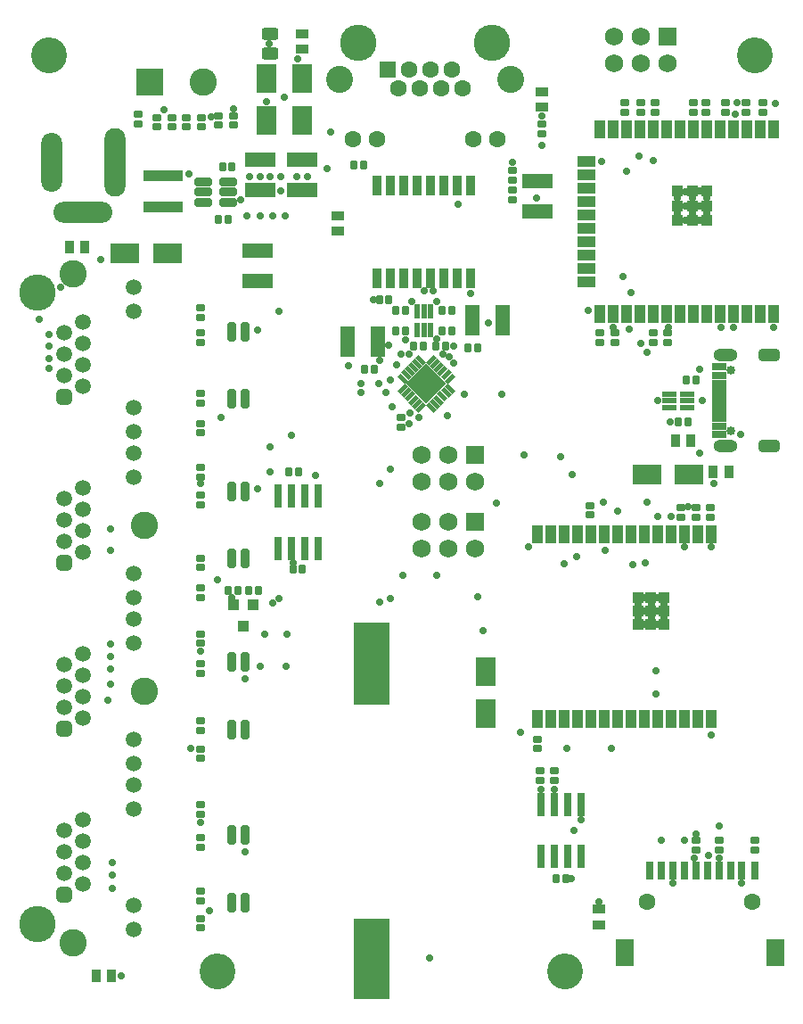
<source format=gts>
G04*
G04 #@! TF.GenerationSoftware,Altium Limited,Altium Designer,25.4.2 (15)*
G04*
G04 Layer_Color=8388736*
%FSLAX44Y44*%
%MOMM*%
G71*
G04*
G04 #@! TF.SameCoordinates,CF2555CE-50F3-4C54-A6B1-1294104F7050*
G04*
G04*
G04 #@! TF.FilePolarity,Negative*
G04*
G01*
G75*
%ADD39R,3.7000X1.1000*%
%ADD49R,1.0032X1.0032*%
%ADD50R,1.1032X1.7032*%
%ADD51R,3.3732X7.7632*%
%ADD52R,3.3732X7.7032*%
%ADD53P,3.8229X4X360.0*%
G04:AMPARAMS|DCode=54|XSize=1.0632mm|YSize=0.4632mm|CornerRadius=0.1107mm|HoleSize=0mm|Usage=FLASHONLY|Rotation=315.000|XOffset=0mm|YOffset=0mm|HoleType=Round|Shape=RoundedRectangle|*
%AMROUNDEDRECTD54*
21,1,1.0632,0.2418,0,0,315.0*
21,1,0.8418,0.4632,0,0,315.0*
1,1,0.2214,0.2121,-0.3831*
1,1,0.2214,-0.3831,0.2121*
1,1,0.2214,-0.2121,0.3831*
1,1,0.2214,0.3831,-0.2121*
%
%ADD54ROUNDEDRECTD54*%
G04:AMPARAMS|DCode=55|XSize=1.0632mm|YSize=0.4632mm|CornerRadius=0.1107mm|HoleSize=0mm|Usage=FLASHONLY|Rotation=45.000|XOffset=0mm|YOffset=0mm|HoleType=Round|Shape=RoundedRectangle|*
%AMROUNDEDRECTD55*
21,1,1.0632,0.2418,0,0,45.0*
21,1,0.8418,0.4632,0,0,45.0*
1,1,0.2214,0.3831,0.2121*
1,1,0.2214,-0.2121,-0.3831*
1,1,0.2214,-0.3831,-0.2121*
1,1,0.2214,0.2121,0.3831*
%
%ADD55ROUNDEDRECTD55*%
%ADD56R,1.7032X1.1032*%
%ADD57R,1.1032X1.1032*%
%ADD58R,0.8032X2.1732*%
%ADD59R,1.3532X0.8032*%
%ADD60R,1.3532X0.5032*%
G04:AMPARAMS|DCode=61|XSize=1.6532mm|YSize=0.7932mm|CornerRadius=0.1754mm|HoleSize=0mm|Usage=FLASHONLY|Rotation=0.000|XOffset=0mm|YOffset=0mm|HoleType=Round|Shape=RoundedRectangle|*
%AMROUNDEDRECTD61*
21,1,1.6532,0.4425,0,0,0.0*
21,1,1.3025,0.7932,0,0,0.0*
1,1,0.3507,0.6513,-0.2213*
1,1,0.3507,-0.6513,-0.2213*
1,1,0.3507,-0.6513,0.2213*
1,1,0.3507,0.6513,0.2213*
%
%ADD61ROUNDEDRECTD61*%
%ADD62R,0.6032X1.3732*%
%ADD63R,1.3732X0.6032*%
%ADD64R,0.9632X1.9032*%
G04:AMPARAMS|DCode=65|XSize=0.9032mm|YSize=1.2232mm|CornerRadius=0.1891mm|HoleSize=0mm|Usage=FLASHONLY|Rotation=90.000|XOffset=0mm|YOffset=0mm|HoleType=Round|Shape=RoundedRectangle|*
%AMROUNDEDRECTD65*
21,1,0.9032,0.8450,0,0,90.0*
21,1,0.5250,1.2232,0,0,90.0*
1,1,0.3782,0.4225,0.2625*
1,1,0.3782,0.4225,-0.2625*
1,1,0.3782,-0.4225,-0.2625*
1,1,0.3782,-0.4225,0.2625*
%
%ADD65ROUNDEDRECTD65*%
G04:AMPARAMS|DCode=66|XSize=0.9032mm|YSize=1.2232mm|CornerRadius=0.1891mm|HoleSize=0mm|Usage=FLASHONLY|Rotation=0.000|XOffset=0mm|YOffset=0mm|HoleType=Round|Shape=RoundedRectangle|*
%AMROUNDEDRECTD66*
21,1,0.9032,0.8450,0,0,0.0*
21,1,0.5250,1.2232,0,0,0.0*
1,1,0.3782,0.2625,-0.4225*
1,1,0.3782,-0.2625,-0.4225*
1,1,0.3782,-0.2625,0.4225*
1,1,0.3782,0.2625,0.4225*
%
%ADD66ROUNDEDRECTD66*%
G04:AMPARAMS|DCode=67|XSize=1.6032mm|YSize=1.1032mm|CornerRadius=0.2141mm|HoleSize=0mm|Usage=FLASHONLY|Rotation=0.000|XOffset=0mm|YOffset=0mm|HoleType=Round|Shape=RoundedRectangle|*
%AMROUNDEDRECTD67*
21,1,1.6032,0.6750,0,0,0.0*
21,1,1.1750,1.1032,0,0,0.0*
1,1,0.4282,0.5875,-0.3375*
1,1,0.4282,-0.5875,-0.3375*
1,1,0.4282,-0.5875,0.3375*
1,1,0.4282,0.5875,0.3375*
%
%ADD67ROUNDEDRECTD67*%
G04:AMPARAMS|DCode=68|XSize=0.6932mm|YSize=0.8032mm|CornerRadius=0.1506mm|HoleSize=0mm|Usage=FLASHONLY|Rotation=270.000|XOffset=0mm|YOffset=0mm|HoleType=Round|Shape=RoundedRectangle|*
%AMROUNDEDRECTD68*
21,1,0.6932,0.5020,0,0,270.0*
21,1,0.3920,0.8032,0,0,270.0*
1,1,0.3012,-0.2510,-0.1960*
1,1,0.3012,-0.2510,0.1960*
1,1,0.3012,0.2510,0.1960*
1,1,0.3012,0.2510,-0.1960*
%
%ADD68ROUNDEDRECTD68*%
G04:AMPARAMS|DCode=69|XSize=0.6932mm|YSize=0.8032mm|CornerRadius=0.1506mm|HoleSize=0mm|Usage=FLASHONLY|Rotation=180.000|XOffset=0mm|YOffset=0mm|HoleType=Round|Shape=RoundedRectangle|*
%AMROUNDEDRECTD69*
21,1,0.6932,0.5020,0,0,180.0*
21,1,0.3920,0.8032,0,0,180.0*
1,1,0.3012,-0.1960,0.2510*
1,1,0.3012,0.1960,0.2510*
1,1,0.3012,0.1960,-0.2510*
1,1,0.3012,-0.1960,-0.2510*
%
%ADD69ROUNDEDRECTD69*%
%ADD70R,1.0032X1.1032*%
%ADD71R,2.7032X1.9032*%
%ADD72R,1.9032X2.7032*%
G04:AMPARAMS|DCode=73|XSize=1.8432mm|YSize=0.7932mm|CornerRadius=0.1754mm|HoleSize=0mm|Usage=FLASHONLY|Rotation=90.000|XOffset=0mm|YOffset=0mm|HoleType=Round|Shape=RoundedRectangle|*
%AMROUNDEDRECTD73*
21,1,1.8432,0.4425,0,0,90.0*
21,1,1.4925,0.7932,0,0,90.0*
1,1,0.3507,0.2213,0.7463*
1,1,0.3507,0.2213,-0.7463*
1,1,0.3507,-0.2213,-0.7463*
1,1,0.3507,-0.2213,0.7463*
%
%ADD73ROUNDEDRECTD73*%
%ADD74R,0.8032X1.7032*%
%ADD75R,1.7032X2.5432*%
%ADD76R,0.7366X2.1844*%
%ADD77R,2.9232X1.4432*%
%ADD78R,1.4432X2.9232*%
%ADD79O,2.0032X6.5032*%
%ADD80O,2.0032X5.6032*%
%ADD81O,5.6032X2.0032*%
%ADD82C,2.6032*%
%ADD83R,2.6032X2.6032*%
G04:AMPARAMS|DCode=84|XSize=2.0032mm|YSize=1.2032mm|CornerRadius=0.3516mm|HoleSize=0mm|Usage=FLASHONLY|Rotation=180.000|XOffset=0mm|YOffset=0mm|HoleType=Round|Shape=RoundedRectangle|*
%AMROUNDEDRECTD84*
21,1,2.0032,0.5000,0,0,180.0*
21,1,1.3000,1.2032,0,0,180.0*
1,1,0.7032,-0.6500,0.2500*
1,1,0.7032,0.6500,0.2500*
1,1,0.7032,0.6500,-0.2500*
1,1,0.7032,-0.6500,-0.2500*
%
%ADD84ROUNDEDRECTD84*%
%ADD85O,2.3032X1.2032*%
%ADD86C,0.8532*%
%ADD87C,1.6012*%
%ADD88R,1.6012X1.6012*%
%ADD89C,2.5582*%
%ADD90C,3.4532*%
%ADD91C,1.5032*%
G04:AMPARAMS|DCode=92|XSize=1.5032mm|YSize=1.5032mm|CornerRadius=0.4266mm|HoleSize=0mm|Usage=FLASHONLY|Rotation=270.000|XOffset=0mm|YOffset=0mm|HoleType=Round|Shape=RoundedRectangle|*
%AMROUNDEDRECTD92*
21,1,1.5032,0.6500,0,0,270.0*
21,1,0.6500,1.5032,0,0,270.0*
1,1,0.8532,-0.3250,-0.3250*
1,1,0.8532,-0.3250,0.3250*
1,1,0.8532,0.3250,0.3250*
1,1,0.8532,0.3250,-0.3250*
%
%ADD92ROUNDEDRECTD92*%
%ADD93R,1.7332X1.7332*%
%ADD94C,1.7332*%
%ADD95C,1.6032*%
%ADD96C,3.4032*%
%ADD97C,0.7032*%
D39*
X148000Y845750D02*
D03*
Y816250D02*
D03*
D49*
X599000Y420000D02*
D03*
Y432500D02*
D03*
Y445000D02*
D03*
X611500Y420000D02*
D03*
Y445000D02*
D03*
X624000Y420000D02*
D03*
Y432500D02*
D03*
Y445000D02*
D03*
X611500Y432500D02*
D03*
D50*
X668700Y329950D02*
D03*
X656000D02*
D03*
X643300D02*
D03*
X630600D02*
D03*
X617900D02*
D03*
X605200D02*
D03*
X592500D02*
D03*
X579800D02*
D03*
X567100D02*
D03*
X554400D02*
D03*
X541700D02*
D03*
X529000D02*
D03*
X516300D02*
D03*
X503600D02*
D03*
Y504950D02*
D03*
X516300D02*
D03*
X529000D02*
D03*
X541700D02*
D03*
X554400D02*
D03*
X567100D02*
D03*
X579800D02*
D03*
X592500D02*
D03*
X605200D02*
D03*
X617900D02*
D03*
X630600D02*
D03*
X643300D02*
D03*
X656000D02*
D03*
X668700D02*
D03*
X563000Y889500D02*
D03*
X575700D02*
D03*
X588400D02*
D03*
X601100D02*
D03*
X613800D02*
D03*
X626500D02*
D03*
X639200D02*
D03*
X651900D02*
D03*
X664600D02*
D03*
X677300D02*
D03*
X690000D02*
D03*
X702700D02*
D03*
X715400D02*
D03*
X728100D02*
D03*
X563000Y714500D02*
D03*
X575700D02*
D03*
X588400D02*
D03*
X601100D02*
D03*
X613800D02*
D03*
X626500D02*
D03*
X639200D02*
D03*
X651900D02*
D03*
X664600D02*
D03*
X677300D02*
D03*
X690000D02*
D03*
X702700D02*
D03*
X715400D02*
D03*
X728100D02*
D03*
D51*
X346000Y382000D02*
D03*
D52*
Y102000D02*
D03*
D53*
X398000Y648000D02*
D03*
D54*
X420521Y643156D02*
D03*
X416986Y639621D02*
D03*
X413450Y636085D02*
D03*
X409915Y632550D02*
D03*
X406379Y629014D02*
D03*
X402844Y625479D02*
D03*
X375479Y652844D02*
D03*
X379014Y656379D02*
D03*
X382550Y659915D02*
D03*
X386085Y663450D02*
D03*
X389621Y666986D02*
D03*
X393156Y670521D02*
D03*
D55*
X402844D02*
D03*
X406379Y666986D02*
D03*
X409915Y663450D02*
D03*
X413450Y659915D02*
D03*
X416986Y656379D02*
D03*
X420521Y652844D02*
D03*
X393156Y625479D02*
D03*
X389621Y629014D02*
D03*
X386085Y632550D02*
D03*
X382550Y636085D02*
D03*
X379014Y639621D02*
D03*
X375479Y643156D02*
D03*
D56*
X550500Y795650D02*
D03*
Y782950D02*
D03*
Y770250D02*
D03*
Y757550D02*
D03*
Y744850D02*
D03*
Y808350D02*
D03*
Y821050D02*
D03*
Y833750D02*
D03*
Y846450D02*
D03*
Y859150D02*
D03*
D57*
X650900Y817000D02*
D03*
Y831000D02*
D03*
Y803000D02*
D03*
X664900Y817000D02*
D03*
Y831000D02*
D03*
Y803000D02*
D03*
X636900Y817000D02*
D03*
Y831000D02*
D03*
Y803000D02*
D03*
D58*
X257359Y491820D02*
D03*
X270059D02*
D03*
X282759D02*
D03*
X295459D02*
D03*
Y541320D02*
D03*
X282759D02*
D03*
X270059D02*
D03*
X257359D02*
D03*
D59*
X676450Y600000D02*
D03*
Y664000D02*
D03*
Y608000D02*
D03*
Y656000D02*
D03*
D60*
Y634500D02*
D03*
Y629500D02*
D03*
Y639500D02*
D03*
Y644500D02*
D03*
Y649500D02*
D03*
Y624500D02*
D03*
Y619500D02*
D03*
Y614500D02*
D03*
D61*
X209550Y839500D02*
D03*
Y830000D02*
D03*
Y820500D02*
D03*
X186450D02*
D03*
Y830000D02*
D03*
Y839500D02*
D03*
D62*
X402500Y716700D02*
D03*
X396000D02*
D03*
X389500D02*
D03*
Y699300D02*
D03*
X396000D02*
D03*
X402500D02*
D03*
D63*
X628600Y638500D02*
D03*
Y632000D02*
D03*
Y625500D02*
D03*
X646000D02*
D03*
Y632000D02*
D03*
Y638500D02*
D03*
D64*
X351550Y836000D02*
D03*
X364250D02*
D03*
X376950D02*
D03*
X389650D02*
D03*
X402350D02*
D03*
X415050D02*
D03*
X427750D02*
D03*
X440450D02*
D03*
Y748000D02*
D03*
X427750D02*
D03*
X415050D02*
D03*
X402350D02*
D03*
X389650D02*
D03*
X376950D02*
D03*
X364250D02*
D03*
X351550D02*
D03*
D65*
X280000Y965650D02*
D03*
Y980350D02*
D03*
X508000Y925350D02*
D03*
Y910650D02*
D03*
X562000Y134650D02*
D03*
Y149350D02*
D03*
X314000Y807350D02*
D03*
Y792650D02*
D03*
D66*
X634650Y594000D02*
D03*
X649350D02*
D03*
X670650Y564000D02*
D03*
X685350D02*
D03*
X74000Y778000D02*
D03*
X59300D02*
D03*
X99350Y86000D02*
D03*
X84650D02*
D03*
D67*
X250000Y980500D02*
D03*
Y961500D02*
D03*
D68*
X682000Y914550D02*
D03*
Y905450D02*
D03*
X562900Y687450D02*
D03*
Y696550D02*
D03*
X613986Y687450D02*
D03*
Y696550D02*
D03*
X508000Y885450D02*
D03*
Y894550D02*
D03*
X480000Y822673D02*
D03*
Y831773D02*
D03*
Y850550D02*
D03*
Y841450D02*
D03*
X627658Y687310D02*
D03*
Y696411D02*
D03*
X586941Y914550D02*
D03*
Y905450D02*
D03*
X601492Y914550D02*
D03*
Y905450D02*
D03*
X615644Y914550D02*
D03*
Y905450D02*
D03*
X652000Y914550D02*
D03*
Y905450D02*
D03*
X664000Y914550D02*
D03*
Y905450D02*
D03*
X374000Y606900D02*
D03*
Y616000D02*
D03*
X577232Y696550D02*
D03*
Y687450D02*
D03*
X654000Y530550D02*
D03*
Y521450D02*
D03*
X554000Y532550D02*
D03*
Y523450D02*
D03*
X503762Y301647D02*
D03*
Y310747D02*
D03*
X184000Y301360D02*
D03*
Y292260D02*
D03*
X184000Y140550D02*
D03*
Y131450D02*
D03*
Y401450D02*
D03*
Y410550D02*
D03*
X184000Y239103D02*
D03*
Y248203D02*
D03*
Y373450D02*
D03*
Y382550D02*
D03*
Y208256D02*
D03*
Y217356D02*
D03*
X184000Y318900D02*
D03*
Y328000D02*
D03*
Y157450D02*
D03*
Y166550D02*
D03*
Y610550D02*
D03*
Y601450D02*
D03*
Y454550D02*
D03*
Y445450D02*
D03*
X184000Y711152D02*
D03*
Y720253D02*
D03*
X184000Y559450D02*
D03*
Y568550D02*
D03*
X184000Y687338D02*
D03*
Y696438D02*
D03*
X184000Y533450D02*
D03*
Y542550D02*
D03*
X184000Y629646D02*
D03*
Y638746D02*
D03*
X184000Y473450D02*
D03*
Y482550D02*
D03*
X184177Y900827D02*
D03*
Y891728D02*
D03*
X156178D02*
D03*
Y900827D02*
D03*
X676000Y214550D02*
D03*
Y205450D02*
D03*
X710000Y214550D02*
D03*
Y205450D02*
D03*
X520000Y280550D02*
D03*
Y271450D02*
D03*
X506000Y280550D02*
D03*
Y271450D02*
D03*
X124000Y894450D02*
D03*
Y903550D02*
D03*
X201000Y893450D02*
D03*
Y902550D02*
D03*
X718000Y905450D02*
D03*
Y914550D02*
D03*
X702000Y905450D02*
D03*
Y914550D02*
D03*
X668230Y521327D02*
D03*
Y530427D02*
D03*
X640000Y521450D02*
D03*
Y530550D02*
D03*
X170177Y900827D02*
D03*
Y891728D02*
D03*
X142177D02*
D03*
Y900827D02*
D03*
X654000Y205450D02*
D03*
Y214550D02*
D03*
X215000Y893450D02*
D03*
Y902550D02*
D03*
D69*
X338550Y856000D02*
D03*
X329450D02*
D03*
X369450Y718000D02*
D03*
X378550D02*
D03*
X422550D02*
D03*
X413450D02*
D03*
X422550Y698000D02*
D03*
X413450D02*
D03*
X369450D02*
D03*
X378550D02*
D03*
X407450Y684000D02*
D03*
X416550D02*
D03*
X646550Y612000D02*
D03*
X637450D02*
D03*
X654550Y652000D02*
D03*
X645450D02*
D03*
X280550Y472000D02*
D03*
X271450D02*
D03*
X238550Y452000D02*
D03*
X229450D02*
D03*
X219100D02*
D03*
X210000D02*
D03*
X200450Y804000D02*
D03*
X209550D02*
D03*
X362550Y728000D02*
D03*
X353450D02*
D03*
X437450Y682000D02*
D03*
X446550D02*
D03*
X348550Y662000D02*
D03*
X339450D02*
D03*
X395100Y684000D02*
D03*
X386000D02*
D03*
X276550Y564000D02*
D03*
X267450D02*
D03*
X213550Y854000D02*
D03*
X204450D02*
D03*
X521450Y178000D02*
D03*
X530550D02*
D03*
D70*
X215000Y438000D02*
D03*
X224500Y418000D02*
D03*
X234000Y438000D02*
D03*
D71*
X648000Y562000D02*
D03*
X608000D02*
D03*
X112000Y772000D02*
D03*
X152000D02*
D03*
D72*
X455000Y375000D02*
D03*
Y335000D02*
D03*
X280000Y938000D02*
D03*
Y898000D02*
D03*
X246000Y898000D02*
D03*
Y938000D02*
D03*
D73*
X213650Y320150D02*
D03*
X226350D02*
D03*
Y383850D02*
D03*
X213650D02*
D03*
Y155850D02*
D03*
X226350D02*
D03*
Y219550D02*
D03*
X213650D02*
D03*
Y633993D02*
D03*
X226350D02*
D03*
Y697693D02*
D03*
X213650D02*
D03*
Y482200D02*
D03*
X226350D02*
D03*
Y545900D02*
D03*
X213650D02*
D03*
D74*
X710500Y185800D02*
D03*
X698000D02*
D03*
X687000D02*
D03*
X676000D02*
D03*
X665000D02*
D03*
X654000D02*
D03*
X643000D02*
D03*
X632000D02*
D03*
X621000D02*
D03*
X610000D02*
D03*
D75*
X729700Y107800D02*
D03*
X586300D02*
D03*
D76*
X506950Y199362D02*
D03*
X519650D02*
D03*
X532350D02*
D03*
X545050D02*
D03*
Y248638D02*
D03*
X532350D02*
D03*
X519650D02*
D03*
X506950D02*
D03*
D77*
X240000Y860400D02*
D03*
Y831600D02*
D03*
X280000Y860400D02*
D03*
Y831600D02*
D03*
X238000Y774400D02*
D03*
Y745600D02*
D03*
X504000Y811600D02*
D03*
Y840400D02*
D03*
D78*
X470400Y708000D02*
D03*
X441600D02*
D03*
X323200Y688000D02*
D03*
X352000D02*
D03*
D79*
X102000Y858000D02*
D03*
D80*
X42000D02*
D03*
D81*
X72000Y811000D02*
D03*
D82*
X186000Y934000D02*
D03*
X62900Y752450D02*
D03*
Y117450D02*
D03*
X130200Y513700D02*
D03*
Y356200D02*
D03*
D83*
X135200Y934000D02*
D03*
D84*
X724000Y588800D02*
D03*
Y675200D02*
D03*
D85*
X682200Y588800D02*
D03*
Y675200D02*
D03*
D86*
X687200Y660900D02*
D03*
Y603100D02*
D03*
D87*
X351300Y880000D02*
D03*
X442700D02*
D03*
X328400D02*
D03*
X465600D02*
D03*
X381600Y946000D02*
D03*
X402000D02*
D03*
X422400D02*
D03*
X371400Y928200D02*
D03*
X391800D02*
D03*
X412200D02*
D03*
X432600D02*
D03*
D88*
X361200Y946000D02*
D03*
D89*
X315700Y937100D02*
D03*
X478300D02*
D03*
D90*
X333500Y971400D02*
D03*
X460500D02*
D03*
X28600Y734700D02*
D03*
Y135200D02*
D03*
D91*
X120000Y401900D02*
D03*
Y310500D02*
D03*
Y424800D02*
D03*
Y287600D02*
D03*
Y559400D02*
D03*
Y468000D02*
D03*
Y582300D02*
D03*
Y445100D02*
D03*
X71800Y645700D02*
D03*
X54000Y655900D02*
D03*
X71800Y706900D02*
D03*
X54000Y696700D02*
D03*
X71800Y686500D02*
D03*
X54000Y676300D02*
D03*
X71800Y666100D02*
D03*
X71800Y488200D02*
D03*
X54000Y498400D02*
D03*
X71800Y508600D02*
D03*
X54000Y518800D02*
D03*
X71800Y529000D02*
D03*
X54000Y539200D02*
D03*
X71800Y549400D02*
D03*
Y330700D02*
D03*
X54000Y340900D02*
D03*
X71800Y351100D02*
D03*
X54000Y361300D02*
D03*
X71800Y371500D02*
D03*
X54000Y381700D02*
D03*
X71800Y391900D02*
D03*
Y173200D02*
D03*
X54000Y183400D02*
D03*
X71800Y193600D02*
D03*
X54000Y203800D02*
D03*
X71800Y214000D02*
D03*
X54000Y224200D02*
D03*
X71800Y234400D02*
D03*
X120000Y602600D02*
D03*
Y739800D02*
D03*
Y625500D02*
D03*
Y716900D02*
D03*
Y130100D02*
D03*
Y267300D02*
D03*
Y153000D02*
D03*
Y244400D02*
D03*
D92*
X54000Y635500D02*
D03*
Y478000D02*
D03*
Y320500D02*
D03*
Y163000D02*
D03*
D93*
X627400Y977400D02*
D03*
X444400Y516700D02*
D03*
Y580700D02*
D03*
D94*
X627400Y952000D02*
D03*
X602000Y977400D02*
D03*
Y952000D02*
D03*
X576600Y977400D02*
D03*
Y952000D02*
D03*
X444400Y491300D02*
D03*
X419000Y516700D02*
D03*
Y491300D02*
D03*
X393600Y516700D02*
D03*
Y491300D02*
D03*
X444400Y555300D02*
D03*
X419000Y580700D02*
D03*
Y555300D02*
D03*
X393600Y580700D02*
D03*
Y555300D02*
D03*
D95*
X708000Y156300D02*
D03*
X608000D02*
D03*
D96*
X200000Y90000D02*
D03*
X530000D02*
D03*
X710000Y960000D02*
D03*
X40000D02*
D03*
D97*
X249000Y971000D02*
D03*
X240000Y807000D02*
D03*
X252000D02*
D03*
X228000D02*
D03*
X264000D02*
D03*
X507000Y263000D02*
D03*
X51000Y740000D02*
D03*
X98000Y363000D02*
D03*
Y377000D02*
D03*
Y389000D02*
D03*
Y401000D02*
D03*
X100000Y169000D02*
D03*
Y181500D02*
D03*
X40000Y662219D02*
D03*
Y672000D02*
D03*
Y684000D02*
D03*
Y695000D02*
D03*
X30300Y709000D02*
D03*
X532000Y302000D02*
D03*
X285000Y845000D02*
D03*
X275000D02*
D03*
X260000D02*
D03*
X250000D02*
D03*
X240000D02*
D03*
X230000D02*
D03*
X624000Y426000D02*
D03*
X612000D02*
D03*
X599000D02*
D03*
X624000Y439000D02*
D03*
X612000D02*
D03*
X599000D02*
D03*
X644000Y803000D02*
D03*
X336000Y640000D02*
D03*
X353000Y648000D02*
D03*
X336000D02*
D03*
X226000Y368000D02*
D03*
X226350Y203650D02*
D03*
X654000Y221000D02*
D03*
X669000Y315000D02*
D03*
X728000Y702000D02*
D03*
X591000Y700000D02*
D03*
X658000Y662000D02*
D03*
X618000Y632000D02*
D03*
X630000Y612000D02*
D03*
X697000Y600000D02*
D03*
X671000Y553000D02*
D03*
X669000Y493000D02*
D03*
X647000Y531000D02*
D03*
X457000Y706000D02*
D03*
X503000Y824000D02*
D03*
X565000Y859000D02*
D03*
X508000Y902600D02*
D03*
X173000Y847000D02*
D03*
X260000Y831000D02*
D03*
X246000Y916000D02*
D03*
X348000Y728000D02*
D03*
X405000Y736000D02*
D03*
X396000D02*
D03*
X362000Y685000D02*
D03*
X324000Y665000D02*
D03*
X238000Y699000D02*
D03*
Y548000D02*
D03*
X292729Y561271D02*
D03*
X271450Y477789D02*
D03*
X212905Y445327D02*
D03*
X698000Y174000D02*
D03*
X632000D02*
D03*
X545050Y234050D02*
D03*
X562000Y156000D02*
D03*
X536000Y178000D02*
D03*
X401600Y103400D02*
D03*
X108000Y86000D02*
D03*
X89000Y766000D02*
D03*
X215000Y909000D02*
D03*
X149000Y908000D02*
D03*
X382000Y610000D02*
D03*
X391035Y615785D02*
D03*
X258000Y716557D02*
D03*
X222000Y822732D02*
D03*
X250000Y588000D02*
D03*
X364000Y567000D02*
D03*
X376000Y466000D02*
D03*
X354000Y553000D02*
D03*
X537000Y562000D02*
D03*
X270000Y599000D02*
D03*
X265000Y380000D02*
D03*
X266000Y410000D02*
D03*
X240000Y380000D02*
D03*
X245000Y410000D02*
D03*
X174000Y302000D02*
D03*
X96000Y348000D02*
D03*
X364000Y444000D02*
D03*
X354000Y441000D02*
D03*
X452000Y414000D02*
D03*
X526000Y579000D02*
D03*
X491300Y580700D02*
D03*
X495000Y493000D02*
D03*
X488000Y317000D02*
D03*
X408000Y466000D02*
D03*
X447000Y446000D02*
D03*
X643000Y493000D02*
D03*
X608000Y678000D02*
D03*
Y536000D02*
D03*
X184000Y232000D02*
D03*
Y394000D02*
D03*
Y553000D02*
D03*
X465000Y535000D02*
D03*
X566000Y536000D02*
D03*
X538000Y224000D02*
D03*
X653000Y198000D02*
D03*
X194000Y901000D02*
D03*
X307000Y887000D02*
D03*
X304000Y852000D02*
D03*
X263000Y920000D02*
D03*
X366000Y626000D02*
D03*
X360000Y640000D02*
D03*
X579800Y526800D02*
D03*
X631000Y522000D02*
D03*
X618000D02*
D03*
X602000Y686000D02*
D03*
X593000Y735000D02*
D03*
X585000Y750000D02*
D03*
X529000Y477000D02*
D03*
X541000Y484000D02*
D03*
X520000Y263000D02*
D03*
X574000Y302000D02*
D03*
X618000Y420000D02*
D03*
X605000D02*
D03*
X618000Y432000D02*
D03*
X605000D02*
D03*
X618000Y445000D02*
D03*
X605000D02*
D03*
X568000Y490000D02*
D03*
X606000Y478000D02*
D03*
X594000Y476000D02*
D03*
X666000Y200000D02*
D03*
X643000Y215000D02*
D03*
X621000D02*
D03*
X676000Y198000D02*
D03*
Y228000D02*
D03*
X250000Y564000D02*
D03*
X258000Y444000D02*
D03*
X252000Y440000D02*
D03*
X98000Y490000D02*
D03*
X203116Y616000D02*
D03*
X200000Y462000D02*
D03*
X192000Y148000D02*
D03*
X100000Y194000D02*
D03*
X98000Y510000D02*
D03*
X692000Y904000D02*
D03*
X552000Y718000D02*
D03*
X370000Y666000D02*
D03*
X394000Y644000D02*
D03*
X402000D02*
D03*
Y652000D02*
D03*
X394000D02*
D03*
X406000Y648000D02*
D03*
X390000D02*
D03*
X398000Y640000D02*
D03*
Y648000D02*
D03*
Y656000D02*
D03*
X414000Y676000D02*
D03*
X424000Y668000D02*
D03*
X382607Y620595D02*
D03*
X600000Y864000D02*
D03*
X588000Y850000D02*
D03*
X628000Y702000D02*
D03*
X576000D02*
D03*
X678000D02*
D03*
X690000D02*
D03*
X470000Y638000D02*
D03*
X434000D02*
D03*
X440000Y734000D02*
D03*
X418000Y618000D02*
D03*
X613800Y860000D02*
D03*
X730000Y914000D02*
D03*
X693450Y914550D02*
D03*
X616000Y354000D02*
D03*
Y376000D02*
D03*
X660000Y632000D02*
D03*
X658000Y582000D02*
D03*
X644000Y830000D02*
D03*
X643900Y817000D02*
D03*
X657900Y831000D02*
D03*
X636900Y824000D02*
D03*
X650900D02*
D03*
X664900D02*
D03*
Y810000D02*
D03*
X636900D02*
D03*
X650900D02*
D03*
X657900Y803000D02*
D03*
Y817000D02*
D03*
X354000Y670000D02*
D03*
X378000Y690000D02*
D03*
X408000Y690770D02*
D03*
X384019Y726000D02*
D03*
X407981D02*
D03*
X424000Y684000D02*
D03*
X420000Y674000D02*
D03*
X364000Y652000D02*
D03*
X382000Y676000D02*
D03*
X374000D02*
D03*
X508000Y874000D02*
D03*
X480000Y858000D02*
D03*
X428000Y818000D02*
D03*
X276000Y956350D02*
D03*
M02*

</source>
